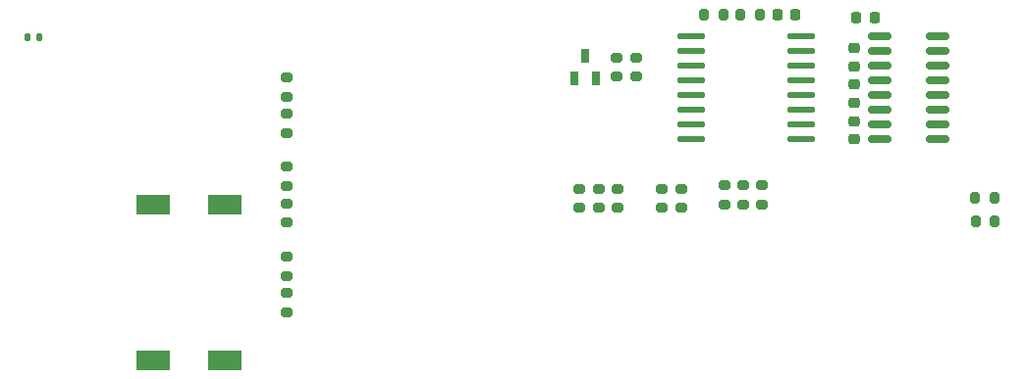
<source format=gbr>
%TF.GenerationSoftware,KiCad,Pcbnew,7.0.7*%
%TF.CreationDate,2024-02-23T22:21:44-08:00*%
%TF.ProjectId,PDB,5044422e-6b69-4636-9164-5f7063625858,rev?*%
%TF.SameCoordinates,Original*%
%TF.FileFunction,Paste,Top*%
%TF.FilePolarity,Positive*%
%FSLAX46Y46*%
G04 Gerber Fmt 4.6, Leading zero omitted, Abs format (unit mm)*
G04 Created by KiCad (PCBNEW 7.0.7) date 2024-02-23 22:21:44*
%MOMM*%
%LPD*%
G01*
G04 APERTURE LIST*
G04 Aperture macros list*
%AMRoundRect*
0 Rectangle with rounded corners*
0 $1 Rounding radius*
0 $2 $3 $4 $5 $6 $7 $8 $9 X,Y pos of 4 corners*
0 Add a 4 corners polygon primitive as box body*
4,1,4,$2,$3,$4,$5,$6,$7,$8,$9,$2,$3,0*
0 Add four circle primitives for the rounded corners*
1,1,$1+$1,$2,$3*
1,1,$1+$1,$4,$5*
1,1,$1+$1,$6,$7*
1,1,$1+$1,$8,$9*
0 Add four rect primitives between the rounded corners*
20,1,$1+$1,$2,$3,$4,$5,0*
20,1,$1+$1,$4,$5,$6,$7,0*
20,1,$1+$1,$6,$7,$8,$9,0*
20,1,$1+$1,$8,$9,$2,$3,0*%
G04 Aperture macros list end*
%ADD10RoundRect,0.135000X-0.135000X-0.185000X0.135000X-0.185000X0.135000X0.185000X-0.135000X0.185000X0*%
%ADD11RoundRect,0.200000X0.275000X-0.200000X0.275000X0.200000X-0.275000X0.200000X-0.275000X-0.200000X0*%
%ADD12RoundRect,0.225000X0.225000X0.250000X-0.225000X0.250000X-0.225000X-0.250000X0.225000X-0.250000X0*%
%ADD13RoundRect,0.200000X-0.275000X0.200000X-0.275000X-0.200000X0.275000X-0.200000X0.275000X0.200000X0*%
%ADD14RoundRect,0.225000X0.250000X-0.225000X0.250000X0.225000X-0.250000X0.225000X-0.250000X-0.225000X0*%
%ADD15R,2.921000X1.651000*%
%ADD16O,2.401000X0.574000*%
%ADD17RoundRect,0.200000X-0.200000X-0.275000X0.200000X-0.275000X0.200000X0.275000X-0.200000X0.275000X0*%
%ADD18R,0.700000X1.250000*%
%ADD19RoundRect,0.225000X-0.225000X-0.250000X0.225000X-0.250000X0.225000X0.250000X-0.225000X0.250000X0*%
%ADD20RoundRect,0.150000X-0.825000X-0.150000X0.825000X-0.150000X0.825000X0.150000X-0.825000X0.150000X0*%
%ADD21RoundRect,0.225000X-0.250000X0.225000X-0.250000X-0.225000X0.250000X-0.225000X0.250000X0.225000X0*%
G04 APERTURE END LIST*
D10*
%TO.C,R21*%
X71290000Y-72600000D03*
X72310000Y-72600000D03*
%TD*%
D11*
%TO.C,R11*%
X134645400Y-87007200D03*
X134645400Y-85357200D03*
%TD*%
%TO.C,R7*%
X118872000Y-87312000D03*
X118872000Y-85662000D03*
%TD*%
%TO.C,R6*%
X93599000Y-77723000D03*
X93599000Y-76073000D03*
%TD*%
D12*
%TO.C,C3*%
X144335800Y-70891400D03*
X142785800Y-70891400D03*
%TD*%
D13*
%TO.C,R12*%
X125984000Y-85662000D03*
X125984000Y-87312000D03*
%TD*%
D11*
%TO.C,R2*%
X93599000Y-93218000D03*
X93599000Y-91568000D03*
%TD*%
D14*
%TO.C,C5*%
X142544800Y-78219600D03*
X142544800Y-76669600D03*
%TD*%
D13*
%TO.C,R5*%
X93599000Y-79185000D03*
X93599000Y-80835000D03*
%TD*%
%TO.C,R3*%
X93599000Y-83757000D03*
X93599000Y-85407000D03*
%TD*%
D15*
%TO.C,F1*%
X82092800Y-100507800D03*
X88315800Y-100507800D03*
X82092800Y-87045800D03*
X88315800Y-87045800D03*
%TD*%
D11*
%TO.C,R10*%
X133019800Y-87007200D03*
X133019800Y-85357200D03*
%TD*%
D13*
%TO.C,R14*%
X131394200Y-85357200D03*
X131394200Y-87007200D03*
%TD*%
D16*
%TO.C,U3*%
X128523800Y-72491600D03*
X128523800Y-73761600D03*
X128523800Y-75031600D03*
X128523800Y-76301600D03*
X128523800Y-77571600D03*
X128523800Y-78841600D03*
X128523800Y-80111600D03*
X128523800Y-81381600D03*
X138023800Y-81381600D03*
X138023800Y-80111600D03*
X138023800Y-78841600D03*
X138023800Y-77571600D03*
X138023800Y-76301600D03*
X138023800Y-75031600D03*
X138023800Y-73761600D03*
X138023800Y-72491600D03*
%TD*%
D17*
%TO.C,R20*%
X132779000Y-70612000D03*
X134429000Y-70612000D03*
%TD*%
%TO.C,R17*%
X153048200Y-88493600D03*
X154698200Y-88493600D03*
%TD*%
D14*
%TO.C,C4*%
X142547800Y-75070000D03*
X142547800Y-73520000D03*
%TD*%
D11*
%TO.C,R1*%
X93599000Y-96330000D03*
X93599000Y-94680000D03*
%TD*%
D18*
%TO.C,Q1*%
X118432500Y-76151000D03*
X120332500Y-76151000D03*
X119382500Y-74151000D03*
%TD*%
D17*
%TO.C,R19*%
X129629400Y-70612000D03*
X131279400Y-70612000D03*
%TD*%
D19*
%TO.C,C7*%
X135953200Y-70612000D03*
X137503200Y-70612000D03*
%TD*%
D11*
%TO.C,R4*%
X93599000Y-88582000D03*
X93599000Y-86932000D03*
%TD*%
%TO.C,R15*%
X122097800Y-75983600D03*
X122097800Y-74333600D03*
%TD*%
%TO.C,R9*%
X122174000Y-87312000D03*
X122174000Y-85662000D03*
%TD*%
D13*
%TO.C,R13*%
X127635000Y-85662000D03*
X127635000Y-87312000D03*
%TD*%
D20*
%TO.C,U2*%
X144808400Y-72491600D03*
X144808400Y-73761600D03*
X144808400Y-75031600D03*
X144808400Y-76301600D03*
X144808400Y-77571600D03*
X144808400Y-78841600D03*
X144808400Y-80111600D03*
X144808400Y-81381600D03*
X149758400Y-81381600D03*
X149758400Y-80111600D03*
X149758400Y-78841600D03*
X149758400Y-77571600D03*
X149758400Y-76301600D03*
X149758400Y-75031600D03*
X149758400Y-73761600D03*
X149758400Y-72491600D03*
%TD*%
D11*
%TO.C,R16*%
X123748800Y-75983600D03*
X123748800Y-74333600D03*
%TD*%
D21*
%TO.C,C6*%
X142544800Y-79819200D03*
X142544800Y-81369200D03*
%TD*%
D17*
%TO.C,R18*%
X153022800Y-86487000D03*
X154672800Y-86487000D03*
%TD*%
D11*
%TO.C,R8*%
X120523000Y-87312000D03*
X120523000Y-85662000D03*
%TD*%
M02*

</source>
